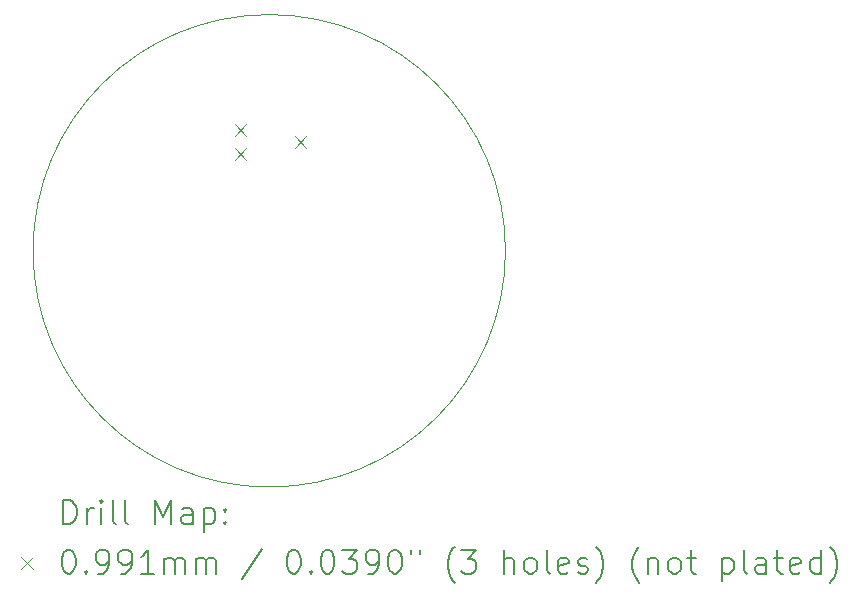
<source format=gbr>
%FSLAX45Y45*%
G04 Gerber Fmt 4.5, Leading zero omitted, Abs format (unit mm)*
G04 Created by KiCad (PCBNEW 6.0.2+dfsg-1) date 2022-08-27 16:01:28*
%MOMM*%
%LPD*%
G01*
G04 APERTURE LIST*
%TA.AperFunction,Profile*%
%ADD10C,0.050000*%
%TD*%
%ADD11C,0.200000*%
%ADD12C,0.099060*%
G04 APERTURE END LIST*
D10*
X17000000Y-10000000D02*
G75*
G03*
X17000000Y-10000000I-2000000J0D01*
G01*
D11*
D12*
X14707870Y-8929370D02*
X14806930Y-9028430D01*
X14806930Y-8929370D02*
X14707870Y-9028430D01*
X14707870Y-9132570D02*
X14806930Y-9231630D01*
X14806930Y-9132570D02*
X14707870Y-9231630D01*
X15215870Y-9030970D02*
X15314930Y-9130030D01*
X15314930Y-9030970D02*
X15215870Y-9130030D01*
D11*
X13255119Y-12312976D02*
X13255119Y-12112976D01*
X13302738Y-12112976D01*
X13331309Y-12122500D01*
X13350357Y-12141548D01*
X13359881Y-12160595D01*
X13369405Y-12198690D01*
X13369405Y-12227262D01*
X13359881Y-12265357D01*
X13350357Y-12284405D01*
X13331309Y-12303452D01*
X13302738Y-12312976D01*
X13255119Y-12312976D01*
X13455119Y-12312976D02*
X13455119Y-12179643D01*
X13455119Y-12217738D02*
X13464643Y-12198690D01*
X13474167Y-12189167D01*
X13493214Y-12179643D01*
X13512262Y-12179643D01*
X13578928Y-12312976D02*
X13578928Y-12179643D01*
X13578928Y-12112976D02*
X13569405Y-12122500D01*
X13578928Y-12132024D01*
X13588452Y-12122500D01*
X13578928Y-12112976D01*
X13578928Y-12132024D01*
X13702738Y-12312976D02*
X13683690Y-12303452D01*
X13674167Y-12284405D01*
X13674167Y-12112976D01*
X13807500Y-12312976D02*
X13788452Y-12303452D01*
X13778928Y-12284405D01*
X13778928Y-12112976D01*
X14036071Y-12312976D02*
X14036071Y-12112976D01*
X14102738Y-12255833D01*
X14169405Y-12112976D01*
X14169405Y-12312976D01*
X14350357Y-12312976D02*
X14350357Y-12208214D01*
X14340833Y-12189167D01*
X14321786Y-12179643D01*
X14283690Y-12179643D01*
X14264643Y-12189167D01*
X14350357Y-12303452D02*
X14331309Y-12312976D01*
X14283690Y-12312976D01*
X14264643Y-12303452D01*
X14255119Y-12284405D01*
X14255119Y-12265357D01*
X14264643Y-12246309D01*
X14283690Y-12236786D01*
X14331309Y-12236786D01*
X14350357Y-12227262D01*
X14445595Y-12179643D02*
X14445595Y-12379643D01*
X14445595Y-12189167D02*
X14464643Y-12179643D01*
X14502738Y-12179643D01*
X14521786Y-12189167D01*
X14531309Y-12198690D01*
X14540833Y-12217738D01*
X14540833Y-12274881D01*
X14531309Y-12293928D01*
X14521786Y-12303452D01*
X14502738Y-12312976D01*
X14464643Y-12312976D01*
X14445595Y-12303452D01*
X14626548Y-12293928D02*
X14636071Y-12303452D01*
X14626548Y-12312976D01*
X14617024Y-12303452D01*
X14626548Y-12293928D01*
X14626548Y-12312976D01*
X14626548Y-12189167D02*
X14636071Y-12198690D01*
X14626548Y-12208214D01*
X14617024Y-12198690D01*
X14626548Y-12189167D01*
X14626548Y-12208214D01*
D12*
X12898440Y-12592970D02*
X12997500Y-12692030D01*
X12997500Y-12592970D02*
X12898440Y-12692030D01*
D11*
X13293214Y-12532976D02*
X13312262Y-12532976D01*
X13331309Y-12542500D01*
X13340833Y-12552024D01*
X13350357Y-12571071D01*
X13359881Y-12609167D01*
X13359881Y-12656786D01*
X13350357Y-12694881D01*
X13340833Y-12713928D01*
X13331309Y-12723452D01*
X13312262Y-12732976D01*
X13293214Y-12732976D01*
X13274167Y-12723452D01*
X13264643Y-12713928D01*
X13255119Y-12694881D01*
X13245595Y-12656786D01*
X13245595Y-12609167D01*
X13255119Y-12571071D01*
X13264643Y-12552024D01*
X13274167Y-12542500D01*
X13293214Y-12532976D01*
X13445595Y-12713928D02*
X13455119Y-12723452D01*
X13445595Y-12732976D01*
X13436071Y-12723452D01*
X13445595Y-12713928D01*
X13445595Y-12732976D01*
X13550357Y-12732976D02*
X13588452Y-12732976D01*
X13607500Y-12723452D01*
X13617024Y-12713928D01*
X13636071Y-12685357D01*
X13645595Y-12647262D01*
X13645595Y-12571071D01*
X13636071Y-12552024D01*
X13626548Y-12542500D01*
X13607500Y-12532976D01*
X13569405Y-12532976D01*
X13550357Y-12542500D01*
X13540833Y-12552024D01*
X13531309Y-12571071D01*
X13531309Y-12618690D01*
X13540833Y-12637738D01*
X13550357Y-12647262D01*
X13569405Y-12656786D01*
X13607500Y-12656786D01*
X13626548Y-12647262D01*
X13636071Y-12637738D01*
X13645595Y-12618690D01*
X13740833Y-12732976D02*
X13778928Y-12732976D01*
X13797976Y-12723452D01*
X13807500Y-12713928D01*
X13826548Y-12685357D01*
X13836071Y-12647262D01*
X13836071Y-12571071D01*
X13826548Y-12552024D01*
X13817024Y-12542500D01*
X13797976Y-12532976D01*
X13759881Y-12532976D01*
X13740833Y-12542500D01*
X13731309Y-12552024D01*
X13721786Y-12571071D01*
X13721786Y-12618690D01*
X13731309Y-12637738D01*
X13740833Y-12647262D01*
X13759881Y-12656786D01*
X13797976Y-12656786D01*
X13817024Y-12647262D01*
X13826548Y-12637738D01*
X13836071Y-12618690D01*
X14026548Y-12732976D02*
X13912262Y-12732976D01*
X13969405Y-12732976D02*
X13969405Y-12532976D01*
X13950357Y-12561548D01*
X13931309Y-12580595D01*
X13912262Y-12590119D01*
X14112262Y-12732976D02*
X14112262Y-12599643D01*
X14112262Y-12618690D02*
X14121786Y-12609167D01*
X14140833Y-12599643D01*
X14169405Y-12599643D01*
X14188452Y-12609167D01*
X14197976Y-12628214D01*
X14197976Y-12732976D01*
X14197976Y-12628214D02*
X14207500Y-12609167D01*
X14226548Y-12599643D01*
X14255119Y-12599643D01*
X14274167Y-12609167D01*
X14283690Y-12628214D01*
X14283690Y-12732976D01*
X14378928Y-12732976D02*
X14378928Y-12599643D01*
X14378928Y-12618690D02*
X14388452Y-12609167D01*
X14407500Y-12599643D01*
X14436071Y-12599643D01*
X14455119Y-12609167D01*
X14464643Y-12628214D01*
X14464643Y-12732976D01*
X14464643Y-12628214D02*
X14474167Y-12609167D01*
X14493214Y-12599643D01*
X14521786Y-12599643D01*
X14540833Y-12609167D01*
X14550357Y-12628214D01*
X14550357Y-12732976D01*
X14940833Y-12523452D02*
X14769405Y-12780595D01*
X15197976Y-12532976D02*
X15217024Y-12532976D01*
X15236071Y-12542500D01*
X15245595Y-12552024D01*
X15255119Y-12571071D01*
X15264643Y-12609167D01*
X15264643Y-12656786D01*
X15255119Y-12694881D01*
X15245595Y-12713928D01*
X15236071Y-12723452D01*
X15217024Y-12732976D01*
X15197976Y-12732976D01*
X15178928Y-12723452D01*
X15169405Y-12713928D01*
X15159881Y-12694881D01*
X15150357Y-12656786D01*
X15150357Y-12609167D01*
X15159881Y-12571071D01*
X15169405Y-12552024D01*
X15178928Y-12542500D01*
X15197976Y-12532976D01*
X15350357Y-12713928D02*
X15359881Y-12723452D01*
X15350357Y-12732976D01*
X15340833Y-12723452D01*
X15350357Y-12713928D01*
X15350357Y-12732976D01*
X15483690Y-12532976D02*
X15502738Y-12532976D01*
X15521786Y-12542500D01*
X15531309Y-12552024D01*
X15540833Y-12571071D01*
X15550357Y-12609167D01*
X15550357Y-12656786D01*
X15540833Y-12694881D01*
X15531309Y-12713928D01*
X15521786Y-12723452D01*
X15502738Y-12732976D01*
X15483690Y-12732976D01*
X15464643Y-12723452D01*
X15455119Y-12713928D01*
X15445595Y-12694881D01*
X15436071Y-12656786D01*
X15436071Y-12609167D01*
X15445595Y-12571071D01*
X15455119Y-12552024D01*
X15464643Y-12542500D01*
X15483690Y-12532976D01*
X15617024Y-12532976D02*
X15740833Y-12532976D01*
X15674167Y-12609167D01*
X15702738Y-12609167D01*
X15721786Y-12618690D01*
X15731309Y-12628214D01*
X15740833Y-12647262D01*
X15740833Y-12694881D01*
X15731309Y-12713928D01*
X15721786Y-12723452D01*
X15702738Y-12732976D01*
X15645595Y-12732976D01*
X15626548Y-12723452D01*
X15617024Y-12713928D01*
X15836071Y-12732976D02*
X15874167Y-12732976D01*
X15893214Y-12723452D01*
X15902738Y-12713928D01*
X15921786Y-12685357D01*
X15931309Y-12647262D01*
X15931309Y-12571071D01*
X15921786Y-12552024D01*
X15912262Y-12542500D01*
X15893214Y-12532976D01*
X15855119Y-12532976D01*
X15836071Y-12542500D01*
X15826548Y-12552024D01*
X15817024Y-12571071D01*
X15817024Y-12618690D01*
X15826548Y-12637738D01*
X15836071Y-12647262D01*
X15855119Y-12656786D01*
X15893214Y-12656786D01*
X15912262Y-12647262D01*
X15921786Y-12637738D01*
X15931309Y-12618690D01*
X16055119Y-12532976D02*
X16074167Y-12532976D01*
X16093214Y-12542500D01*
X16102738Y-12552024D01*
X16112262Y-12571071D01*
X16121786Y-12609167D01*
X16121786Y-12656786D01*
X16112262Y-12694881D01*
X16102738Y-12713928D01*
X16093214Y-12723452D01*
X16074167Y-12732976D01*
X16055119Y-12732976D01*
X16036071Y-12723452D01*
X16026548Y-12713928D01*
X16017024Y-12694881D01*
X16007500Y-12656786D01*
X16007500Y-12609167D01*
X16017024Y-12571071D01*
X16026548Y-12552024D01*
X16036071Y-12542500D01*
X16055119Y-12532976D01*
X16197976Y-12532976D02*
X16197976Y-12571071D01*
X16274167Y-12532976D02*
X16274167Y-12571071D01*
X16569405Y-12809167D02*
X16559881Y-12799643D01*
X16540833Y-12771071D01*
X16531309Y-12752024D01*
X16521786Y-12723452D01*
X16512262Y-12675833D01*
X16512262Y-12637738D01*
X16521786Y-12590119D01*
X16531309Y-12561548D01*
X16540833Y-12542500D01*
X16559881Y-12513928D01*
X16569405Y-12504405D01*
X16626548Y-12532976D02*
X16750357Y-12532976D01*
X16683690Y-12609167D01*
X16712262Y-12609167D01*
X16731309Y-12618690D01*
X16740833Y-12628214D01*
X16750357Y-12647262D01*
X16750357Y-12694881D01*
X16740833Y-12713928D01*
X16731309Y-12723452D01*
X16712262Y-12732976D01*
X16655119Y-12732976D01*
X16636071Y-12723452D01*
X16626548Y-12713928D01*
X16988452Y-12732976D02*
X16988452Y-12532976D01*
X17074167Y-12732976D02*
X17074167Y-12628214D01*
X17064643Y-12609167D01*
X17045595Y-12599643D01*
X17017024Y-12599643D01*
X16997976Y-12609167D01*
X16988452Y-12618690D01*
X17197976Y-12732976D02*
X17178929Y-12723452D01*
X17169405Y-12713928D01*
X17159881Y-12694881D01*
X17159881Y-12637738D01*
X17169405Y-12618690D01*
X17178929Y-12609167D01*
X17197976Y-12599643D01*
X17226548Y-12599643D01*
X17245595Y-12609167D01*
X17255119Y-12618690D01*
X17264643Y-12637738D01*
X17264643Y-12694881D01*
X17255119Y-12713928D01*
X17245595Y-12723452D01*
X17226548Y-12732976D01*
X17197976Y-12732976D01*
X17378929Y-12732976D02*
X17359881Y-12723452D01*
X17350357Y-12704405D01*
X17350357Y-12532976D01*
X17531310Y-12723452D02*
X17512262Y-12732976D01*
X17474167Y-12732976D01*
X17455119Y-12723452D01*
X17445595Y-12704405D01*
X17445595Y-12628214D01*
X17455119Y-12609167D01*
X17474167Y-12599643D01*
X17512262Y-12599643D01*
X17531310Y-12609167D01*
X17540833Y-12628214D01*
X17540833Y-12647262D01*
X17445595Y-12666309D01*
X17617024Y-12723452D02*
X17636071Y-12732976D01*
X17674167Y-12732976D01*
X17693214Y-12723452D01*
X17702738Y-12704405D01*
X17702738Y-12694881D01*
X17693214Y-12675833D01*
X17674167Y-12666309D01*
X17645595Y-12666309D01*
X17626548Y-12656786D01*
X17617024Y-12637738D01*
X17617024Y-12628214D01*
X17626548Y-12609167D01*
X17645595Y-12599643D01*
X17674167Y-12599643D01*
X17693214Y-12609167D01*
X17769405Y-12809167D02*
X17778929Y-12799643D01*
X17797976Y-12771071D01*
X17807500Y-12752024D01*
X17817024Y-12723452D01*
X17826548Y-12675833D01*
X17826548Y-12637738D01*
X17817024Y-12590119D01*
X17807500Y-12561548D01*
X17797976Y-12542500D01*
X17778929Y-12513928D01*
X17769405Y-12504405D01*
X18131310Y-12809167D02*
X18121786Y-12799643D01*
X18102738Y-12771071D01*
X18093214Y-12752024D01*
X18083690Y-12723452D01*
X18074167Y-12675833D01*
X18074167Y-12637738D01*
X18083690Y-12590119D01*
X18093214Y-12561548D01*
X18102738Y-12542500D01*
X18121786Y-12513928D01*
X18131310Y-12504405D01*
X18207500Y-12599643D02*
X18207500Y-12732976D01*
X18207500Y-12618690D02*
X18217024Y-12609167D01*
X18236071Y-12599643D01*
X18264643Y-12599643D01*
X18283690Y-12609167D01*
X18293214Y-12628214D01*
X18293214Y-12732976D01*
X18417024Y-12732976D02*
X18397976Y-12723452D01*
X18388452Y-12713928D01*
X18378929Y-12694881D01*
X18378929Y-12637738D01*
X18388452Y-12618690D01*
X18397976Y-12609167D01*
X18417024Y-12599643D01*
X18445595Y-12599643D01*
X18464643Y-12609167D01*
X18474167Y-12618690D01*
X18483690Y-12637738D01*
X18483690Y-12694881D01*
X18474167Y-12713928D01*
X18464643Y-12723452D01*
X18445595Y-12732976D01*
X18417024Y-12732976D01*
X18540833Y-12599643D02*
X18617024Y-12599643D01*
X18569405Y-12532976D02*
X18569405Y-12704405D01*
X18578929Y-12723452D01*
X18597976Y-12732976D01*
X18617024Y-12732976D01*
X18836071Y-12599643D02*
X18836071Y-12799643D01*
X18836071Y-12609167D02*
X18855119Y-12599643D01*
X18893214Y-12599643D01*
X18912262Y-12609167D01*
X18921786Y-12618690D01*
X18931310Y-12637738D01*
X18931310Y-12694881D01*
X18921786Y-12713928D01*
X18912262Y-12723452D01*
X18893214Y-12732976D01*
X18855119Y-12732976D01*
X18836071Y-12723452D01*
X19045595Y-12732976D02*
X19026548Y-12723452D01*
X19017024Y-12704405D01*
X19017024Y-12532976D01*
X19207500Y-12732976D02*
X19207500Y-12628214D01*
X19197976Y-12609167D01*
X19178929Y-12599643D01*
X19140833Y-12599643D01*
X19121786Y-12609167D01*
X19207500Y-12723452D02*
X19188452Y-12732976D01*
X19140833Y-12732976D01*
X19121786Y-12723452D01*
X19112262Y-12704405D01*
X19112262Y-12685357D01*
X19121786Y-12666309D01*
X19140833Y-12656786D01*
X19188452Y-12656786D01*
X19207500Y-12647262D01*
X19274167Y-12599643D02*
X19350357Y-12599643D01*
X19302738Y-12532976D02*
X19302738Y-12704405D01*
X19312262Y-12723452D01*
X19331310Y-12732976D01*
X19350357Y-12732976D01*
X19493214Y-12723452D02*
X19474167Y-12732976D01*
X19436071Y-12732976D01*
X19417024Y-12723452D01*
X19407500Y-12704405D01*
X19407500Y-12628214D01*
X19417024Y-12609167D01*
X19436071Y-12599643D01*
X19474167Y-12599643D01*
X19493214Y-12609167D01*
X19502738Y-12628214D01*
X19502738Y-12647262D01*
X19407500Y-12666309D01*
X19674167Y-12732976D02*
X19674167Y-12532976D01*
X19674167Y-12723452D02*
X19655119Y-12732976D01*
X19617024Y-12732976D01*
X19597976Y-12723452D01*
X19588452Y-12713928D01*
X19578929Y-12694881D01*
X19578929Y-12637738D01*
X19588452Y-12618690D01*
X19597976Y-12609167D01*
X19617024Y-12599643D01*
X19655119Y-12599643D01*
X19674167Y-12609167D01*
X19750357Y-12809167D02*
X19759881Y-12799643D01*
X19778929Y-12771071D01*
X19788452Y-12752024D01*
X19797976Y-12723452D01*
X19807500Y-12675833D01*
X19807500Y-12637738D01*
X19797976Y-12590119D01*
X19788452Y-12561548D01*
X19778929Y-12542500D01*
X19759881Y-12513928D01*
X19750357Y-12504405D01*
M02*

</source>
